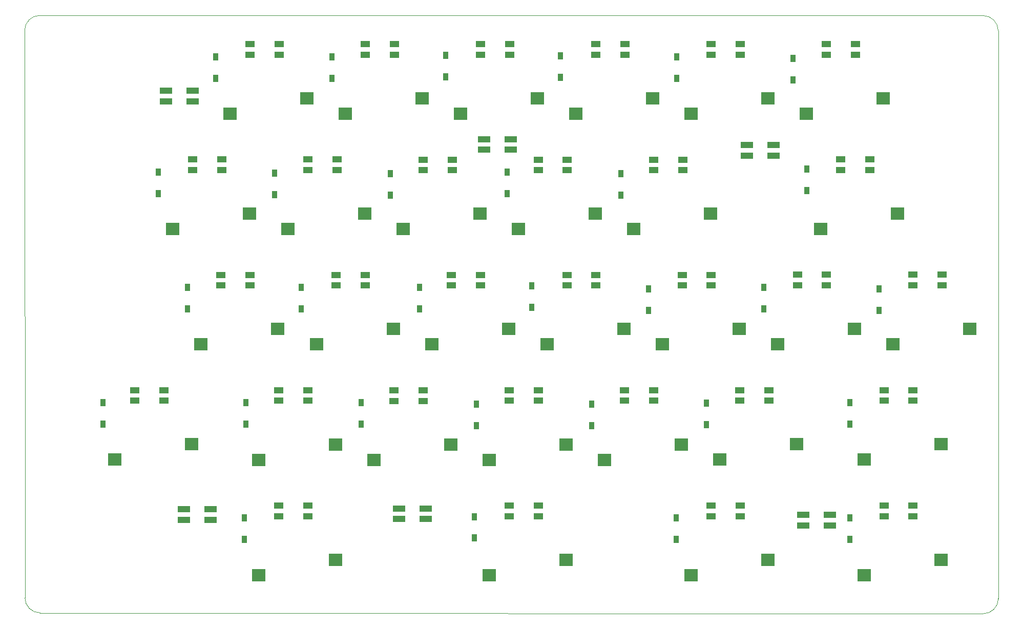
<source format=gbp>
G04 #@! TF.GenerationSoftware,KiCad,Pcbnew,(6.0.7)*
G04 #@! TF.CreationDate,2022-08-06T08:27:25+00:00*
G04 #@! TF.ProjectId,zzsplit-right,7a7a7370-6c69-4742-9d72-696768742e6b,rev?*
G04 #@! TF.SameCoordinates,Original*
G04 #@! TF.FileFunction,Paste,Bot*
G04 #@! TF.FilePolarity,Positive*
%FSLAX46Y46*%
G04 Gerber Fmt 4.6, Leading zero omitted, Abs format (unit mm)*
G04 Created by KiCad (PCBNEW (6.0.7)) date 2022-08-06 08:27:25*
%MOMM*%
%LPD*%
G01*
G04 APERTURE LIST*
G04 #@! TA.AperFunction,Profile*
%ADD10C,0.100000*%
G04 #@! TD*
%ADD11R,1.600000X1.000000*%
%ADD12R,2.300000X2.000000*%
%ADD13R,0.950000X1.300000*%
%ADD14R,2.000000X1.000000*%
G04 APERTURE END LIST*
D10*
X87924000Y-49490000D02*
X87964000Y-143250000D01*
X246333920Y-145889980D02*
X90464000Y-145750000D01*
X90424000Y-46990000D02*
G75*
G03*
X87924000Y-49490000I0J-2500000D01*
G01*
X246333920Y-145889980D02*
G75*
G03*
X248854000Y-143380000I10080J2509980D01*
G01*
X248824019Y-49520000D02*
X248854000Y-143380000D01*
X87964000Y-143250000D02*
G75*
G03*
X90464000Y-145750000I2500000J0D01*
G01*
X248824019Y-49520000D02*
G75*
G03*
X246334000Y-47020001I-2500019J0D01*
G01*
X90424000Y-46990000D02*
X246334000Y-47020001D01*
D11*
X187110000Y-53515000D03*
X187110000Y-51765000D03*
X182310000Y-51765000D03*
X182310000Y-53515000D03*
D12*
X191710000Y-60720000D03*
X179010000Y-63260000D03*
D11*
X168060000Y-53515000D03*
X168060000Y-51765000D03*
X163260000Y-51765000D03*
X163260000Y-53515000D03*
D12*
X172660000Y-60720000D03*
X159960000Y-63260000D03*
D11*
X196670000Y-72585000D03*
X196670000Y-70835000D03*
X191870000Y-70835000D03*
X191870000Y-72585000D03*
D12*
X201270000Y-79790000D03*
X188570000Y-82330000D03*
D13*
X176500000Y-57235000D03*
X176500000Y-53685000D03*
X217170000Y-75943000D03*
X217170000Y-72393000D03*
D11*
X120470000Y-72565000D03*
X120470000Y-70815000D03*
X115670000Y-70815000D03*
X115670000Y-72565000D03*
D12*
X125070000Y-79770000D03*
X112370000Y-82310000D03*
D13*
X100838000Y-114551000D03*
X100838000Y-111001000D03*
D14*
X163830000Y-69185000D03*
X163830000Y-67435000D03*
X168230000Y-67435000D03*
X168230000Y-69185000D03*
D13*
X167640000Y-76451000D03*
X167640000Y-72901000D03*
X124206000Y-133601000D03*
X124206000Y-130051000D03*
X129210000Y-76630000D03*
X129210000Y-73080000D03*
D11*
X172820000Y-110695000D03*
X172820000Y-108945000D03*
X168020000Y-108945000D03*
X168020000Y-110695000D03*
D12*
X177420000Y-117900000D03*
X164720000Y-120440000D03*
D11*
X239520000Y-91605000D03*
X239520000Y-89855000D03*
X234720000Y-89855000D03*
X234720000Y-91605000D03*
D12*
X244120000Y-98810000D03*
X231420000Y-101350000D03*
D11*
X206190000Y-129755000D03*
X206190000Y-128005000D03*
X201390000Y-128005000D03*
X201390000Y-129755000D03*
D12*
X210790000Y-136960000D03*
X198090000Y-139500000D03*
D11*
X139520000Y-72565000D03*
X139520000Y-70815000D03*
X134720000Y-70815000D03*
X134720000Y-72565000D03*
D12*
X144120000Y-79770000D03*
X131420000Y-82310000D03*
D14*
X111300000Y-61215000D03*
X111300000Y-59465000D03*
X115700000Y-59465000D03*
X115700000Y-61215000D03*
D11*
X220450000Y-91615000D03*
X220450000Y-89865000D03*
X215650000Y-89865000D03*
X215650000Y-91615000D03*
D12*
X225050000Y-98820000D03*
X212350000Y-101360000D03*
D11*
X163280000Y-91635000D03*
X163280000Y-89885000D03*
X158480000Y-89885000D03*
X158480000Y-91635000D03*
D12*
X167880000Y-98840000D03*
X155180000Y-101380000D03*
D13*
X138684000Y-57401000D03*
X138684000Y-53851000D03*
D11*
X129970000Y-53505000D03*
X129970000Y-51755000D03*
X125170000Y-51755000D03*
X125170000Y-53505000D03*
D12*
X134570000Y-60710000D03*
X121870000Y-63250000D03*
D13*
X157480000Y-57147000D03*
X157480000Y-53597000D03*
D11*
X172820000Y-129765000D03*
X172820000Y-128015000D03*
X168020000Y-128015000D03*
X168020000Y-129765000D03*
D12*
X177420000Y-136970000D03*
X164720000Y-139510000D03*
D13*
X114808000Y-95501000D03*
X114808000Y-91951000D03*
X214884000Y-57655000D03*
X214884000Y-54105000D03*
D11*
X149010000Y-53515000D03*
X149010000Y-51765000D03*
X144210000Y-51765000D03*
X144210000Y-53515000D03*
D12*
X153610000Y-60720000D03*
X140910000Y-63260000D03*
D11*
X125170000Y-91625000D03*
X125170000Y-89875000D03*
X120370000Y-89875000D03*
X120370000Y-91625000D03*
D12*
X129770000Y-98830000D03*
X117070000Y-101370000D03*
D11*
X134720000Y-129765000D03*
X134720000Y-128015000D03*
X129920000Y-128015000D03*
X129920000Y-129765000D03*
D12*
X139320000Y-136970000D03*
X126620000Y-139510000D03*
D13*
X224282000Y-133601000D03*
X224282000Y-130051000D03*
D11*
X234760000Y-129755000D03*
X234760000Y-128005000D03*
X229960000Y-128005000D03*
X229960000Y-129755000D03*
D12*
X239360000Y-136960000D03*
X226660000Y-139500000D03*
D11*
X201390000Y-91635000D03*
X201390000Y-89885000D03*
X196590000Y-89885000D03*
X196590000Y-91635000D03*
D12*
X205990000Y-98840000D03*
X193290000Y-101380000D03*
D11*
X110900000Y-110675000D03*
X110900000Y-108925000D03*
X106100000Y-108925000D03*
X106100000Y-110675000D03*
D12*
X115500000Y-117880000D03*
X102800000Y-120420000D03*
D13*
X119530000Y-57415000D03*
X119530000Y-53865000D03*
X186436000Y-76705000D03*
X186436000Y-73155000D03*
D11*
X134710000Y-110695000D03*
X134710000Y-108945000D03*
X129910000Y-108945000D03*
X129910000Y-110695000D03*
D12*
X139310000Y-117900000D03*
X126610000Y-120440000D03*
D13*
X210058000Y-95501000D03*
X210058000Y-91951000D03*
D11*
X153780000Y-110705000D03*
X153780000Y-108955000D03*
X148980000Y-108955000D03*
X148980000Y-110705000D03*
D12*
X158380000Y-117910000D03*
X145680000Y-120450000D03*
D11*
X210940000Y-110685000D03*
X210940000Y-108935000D03*
X206140000Y-108935000D03*
X206140000Y-110685000D03*
D12*
X215540000Y-117890000D03*
X202840000Y-120430000D03*
D11*
X227600000Y-72545000D03*
X227600000Y-70795000D03*
X222800000Y-70795000D03*
X222800000Y-72545000D03*
D12*
X232200000Y-79750000D03*
X219500000Y-82290000D03*
D14*
X114260000Y-130375000D03*
X114260000Y-128625000D03*
X118660000Y-128625000D03*
X118660000Y-130375000D03*
D13*
X153162000Y-95501000D03*
X153162000Y-91951000D03*
X109982000Y-76451000D03*
X109982000Y-72901000D03*
D11*
X225210000Y-53505000D03*
X225210000Y-51755000D03*
X220410000Y-51755000D03*
X220410000Y-53505000D03*
D12*
X229810000Y-60710000D03*
X217110000Y-63250000D03*
D13*
X195580000Y-133601000D03*
X195580000Y-130051000D03*
X229108000Y-95755000D03*
X229108000Y-92205000D03*
X181610000Y-114805000D03*
X181610000Y-111255000D03*
X191008000Y-95755000D03*
X191008000Y-92205000D03*
D11*
X206170000Y-53515000D03*
X206170000Y-51765000D03*
X201370000Y-51765000D03*
X201370000Y-53515000D03*
D12*
X210770000Y-60720000D03*
X198070000Y-63260000D03*
D11*
X177610000Y-72585000D03*
X177610000Y-70835000D03*
X172810000Y-70835000D03*
X172810000Y-72585000D03*
D12*
X182210000Y-79790000D03*
X169510000Y-82330000D03*
D14*
X149820000Y-130245000D03*
X149820000Y-128495000D03*
X154220000Y-128495000D03*
X154220000Y-130245000D03*
D13*
X195720000Y-57375000D03*
X195720000Y-53825000D03*
X162560000Y-114805000D03*
X162560000Y-111255000D03*
X171710000Y-95245000D03*
X171710000Y-91695000D03*
D14*
X216602100Y-131305000D03*
X216602100Y-129555000D03*
X221002100Y-129555000D03*
X221002100Y-131305000D03*
D11*
X144230000Y-91635000D03*
X144230000Y-89885000D03*
X139430000Y-89885000D03*
X139430000Y-91635000D03*
D12*
X148830000Y-98840000D03*
X136130000Y-101380000D03*
D14*
X207322100Y-70145000D03*
X207322100Y-68395000D03*
X211722100Y-68395000D03*
X211722100Y-70145000D03*
D13*
X148340000Y-76695000D03*
X148340000Y-73145000D03*
D11*
X191880000Y-110695000D03*
X191880000Y-108945000D03*
X187080000Y-108945000D03*
X187080000Y-110695000D03*
D12*
X196480000Y-117900000D03*
X183780000Y-120440000D03*
D11*
X234750000Y-110675000D03*
X234750000Y-108925000D03*
X229950000Y-108925000D03*
X229950000Y-110675000D03*
D12*
X239350000Y-117880000D03*
X226650000Y-120420000D03*
D13*
X124460000Y-114551000D03*
X124460000Y-111001000D03*
X133604000Y-95504000D03*
X133604000Y-91954000D03*
X200630000Y-114595000D03*
X200630000Y-111045000D03*
D11*
X158570000Y-72575000D03*
X158570000Y-70825000D03*
X153770000Y-70825000D03*
X153770000Y-72575000D03*
D12*
X163170000Y-79780000D03*
X150470000Y-82320000D03*
D13*
X143510000Y-114551000D03*
X143510000Y-111001000D03*
X224282000Y-114551000D03*
X224282000Y-111001000D03*
X162210000Y-133385000D03*
X162210000Y-129835000D03*
D11*
X182340000Y-91635000D03*
X182340000Y-89885000D03*
X177540000Y-89885000D03*
X177540000Y-91635000D03*
D12*
X186940000Y-98840000D03*
X174240000Y-101380000D03*
M02*

</source>
